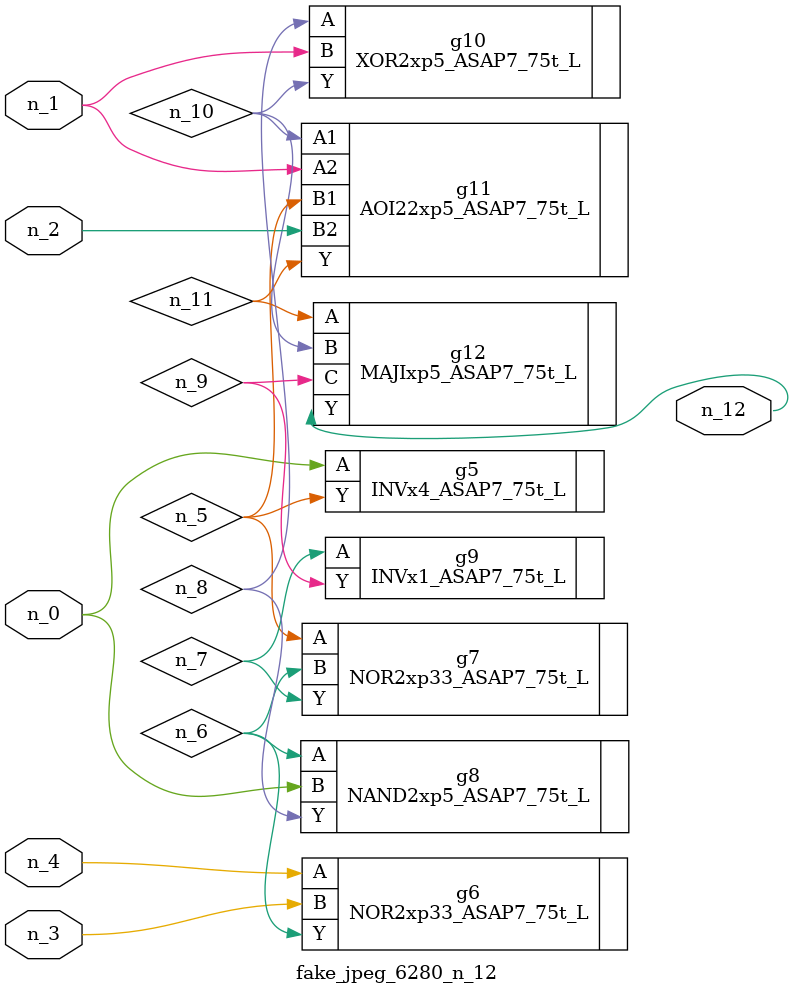
<source format=v>
module fake_jpeg_6280_n_12 (n_3, n_2, n_1, n_0, n_4, n_12);

input n_3;
input n_2;
input n_1;
input n_0;
input n_4;

output n_12;

wire n_11;
wire n_10;
wire n_8;
wire n_9;
wire n_6;
wire n_5;
wire n_7;

INVx4_ASAP7_75t_L g5 ( 
.A(n_0),
.Y(n_5)
);

NOR2xp33_ASAP7_75t_L g6 ( 
.A(n_4),
.B(n_3),
.Y(n_6)
);

NOR2xp33_ASAP7_75t_L g7 ( 
.A(n_5),
.B(n_6),
.Y(n_7)
);

INVx1_ASAP7_75t_L g9 ( 
.A(n_7),
.Y(n_9)
);

NAND2xp5_ASAP7_75t_L g8 ( 
.A(n_6),
.B(n_0),
.Y(n_8)
);

XOR2xp5_ASAP7_75t_L g10 ( 
.A(n_8),
.B(n_1),
.Y(n_10)
);

AOI22xp5_ASAP7_75t_L g11 ( 
.A1(n_10),
.A2(n_1),
.B1(n_5),
.B2(n_2),
.Y(n_11)
);

MAJIxp5_ASAP7_75t_L g12 ( 
.A(n_11),
.B(n_10),
.C(n_9),
.Y(n_12)
);


endmodule
</source>
